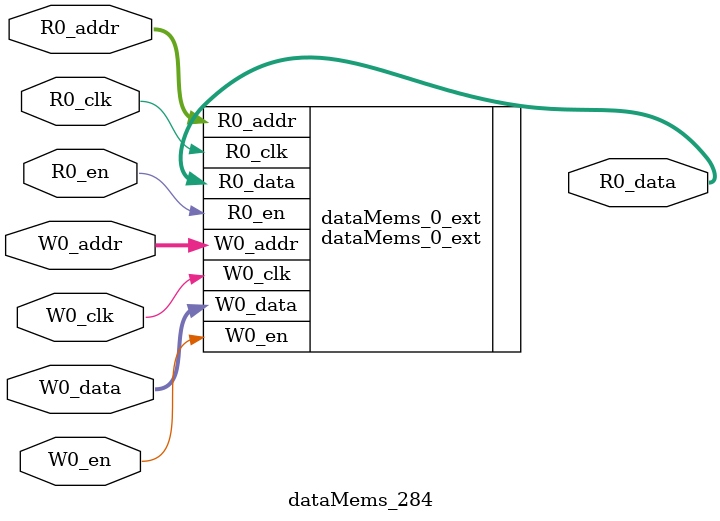
<source format=sv>
`ifndef RANDOMIZE
  `ifdef RANDOMIZE_REG_INIT
    `define RANDOMIZE
  `endif // RANDOMIZE_REG_INIT
`endif // not def RANDOMIZE
`ifndef RANDOMIZE
  `ifdef RANDOMIZE_MEM_INIT
    `define RANDOMIZE
  `endif // RANDOMIZE_MEM_INIT
`endif // not def RANDOMIZE

`ifndef RANDOM
  `define RANDOM $random
`endif // not def RANDOM

// Users can define 'PRINTF_COND' to add an extra gate to prints.
`ifndef PRINTF_COND_
  `ifdef PRINTF_COND
    `define PRINTF_COND_ (`PRINTF_COND)
  `else  // PRINTF_COND
    `define PRINTF_COND_ 1
  `endif // PRINTF_COND
`endif // not def PRINTF_COND_

// Users can define 'ASSERT_VERBOSE_COND' to add an extra gate to assert error printing.
`ifndef ASSERT_VERBOSE_COND_
  `ifdef ASSERT_VERBOSE_COND
    `define ASSERT_VERBOSE_COND_ (`ASSERT_VERBOSE_COND)
  `else  // ASSERT_VERBOSE_COND
    `define ASSERT_VERBOSE_COND_ 1
  `endif // ASSERT_VERBOSE_COND
`endif // not def ASSERT_VERBOSE_COND_

// Users can define 'STOP_COND' to add an extra gate to stop conditions.
`ifndef STOP_COND_
  `ifdef STOP_COND
    `define STOP_COND_ (`STOP_COND)
  `else  // STOP_COND
    `define STOP_COND_ 1
  `endif // STOP_COND
`endif // not def STOP_COND_

// Users can define INIT_RANDOM as general code that gets injected into the
// initializer block for modules with registers.
`ifndef INIT_RANDOM
  `define INIT_RANDOM
`endif // not def INIT_RANDOM

// If using random initialization, you can also define RANDOMIZE_DELAY to
// customize the delay used, otherwise 0.002 is used.
`ifndef RANDOMIZE_DELAY
  `define RANDOMIZE_DELAY 0.002
`endif // not def RANDOMIZE_DELAY

// Define INIT_RANDOM_PROLOG_ for use in our modules below.
`ifndef INIT_RANDOM_PROLOG_
  `ifdef RANDOMIZE
    `ifdef VERILATOR
      `define INIT_RANDOM_PROLOG_ `INIT_RANDOM
    `else  // VERILATOR
      `define INIT_RANDOM_PROLOG_ `INIT_RANDOM #`RANDOMIZE_DELAY begin end
    `endif // VERILATOR
  `else  // RANDOMIZE
    `define INIT_RANDOM_PROLOG_
  `endif // RANDOMIZE
`endif // not def INIT_RANDOM_PROLOG_

// Include register initializers in init blocks unless synthesis is set
`ifndef SYNTHESIS
  `ifndef ENABLE_INITIAL_REG_
    `define ENABLE_INITIAL_REG_
  `endif // not def ENABLE_INITIAL_REG_
`endif // not def SYNTHESIS

// Include rmemory initializers in init blocks unless synthesis is set
`ifndef SYNTHESIS
  `ifndef ENABLE_INITIAL_MEM_
    `define ENABLE_INITIAL_MEM_
  `endif // not def ENABLE_INITIAL_MEM_
`endif // not def SYNTHESIS

module dataMems_284(	// @[generators/ara/src/main/scala/UnsafeAXI4ToTL.scala:365:62]
  input  [4:0]  R0_addr,
  input         R0_en,
  input         R0_clk,
  output [66:0] R0_data,
  input  [4:0]  W0_addr,
  input         W0_en,
  input         W0_clk,
  input  [66:0] W0_data
);

  dataMems_0_ext dataMems_0_ext (	// @[generators/ara/src/main/scala/UnsafeAXI4ToTL.scala:365:62]
    .R0_addr (R0_addr),
    .R0_en   (R0_en),
    .R0_clk  (R0_clk),
    .R0_data (R0_data),
    .W0_addr (W0_addr),
    .W0_en   (W0_en),
    .W0_clk  (W0_clk),
    .W0_data (W0_data)
  );
endmodule


</source>
